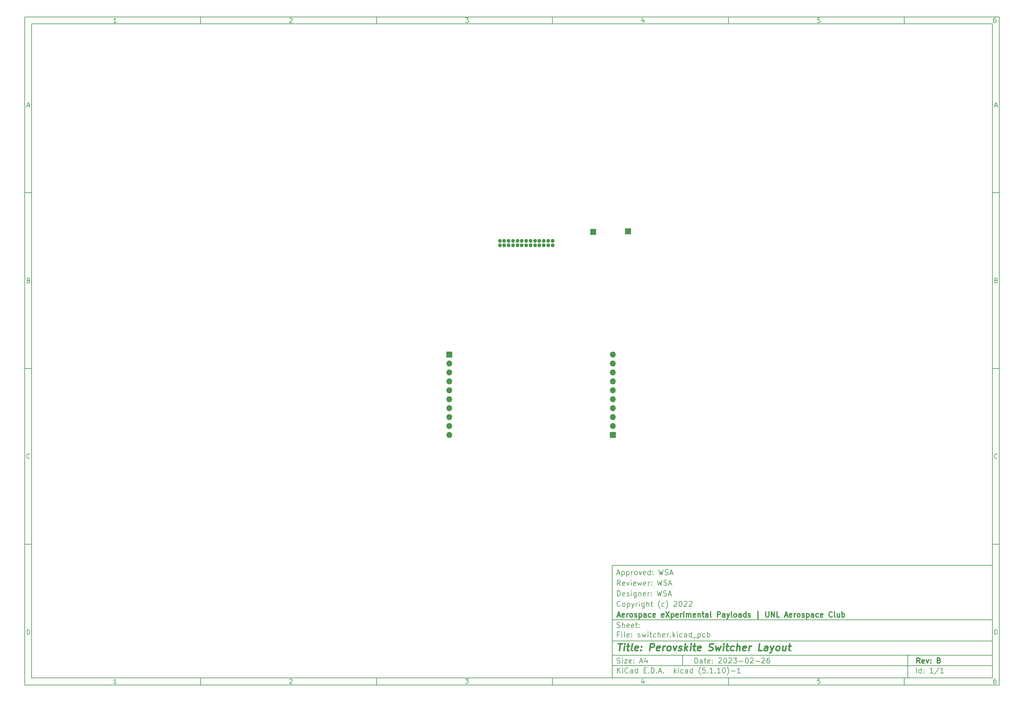
<source format=gbr>
%TF.GenerationSoftware,KiCad,Pcbnew,(5.1.10)-1*%
%TF.CreationDate,2023-02-26T14:00:58-06:00*%
%TF.ProjectId,switcher,73776974-6368-4657-922e-6b696361645f,B*%
%TF.SameCoordinates,Original*%
%TF.FileFunction,Soldermask,Bot*%
%TF.FilePolarity,Negative*%
%FSLAX46Y46*%
G04 Gerber Fmt 4.6, Leading zero omitted, Abs format (unit mm)*
G04 Created by KiCad (PCBNEW (5.1.10)-1) date 2023-02-26 14:00:58*
%MOMM*%
%LPD*%
G01*
G04 APERTURE LIST*
%ADD10C,0.100000*%
%ADD11C,0.150000*%
%ADD12C,0.300000*%
%ADD13C,0.400000*%
%ADD14C,1.100000*%
%ADD15R,1.700000X1.700000*%
%ADD16O,1.700000X1.700000*%
G04 APERTURE END LIST*
D10*
D11*
X177002200Y-166007200D02*
X177002200Y-198007200D01*
X285002200Y-198007200D01*
X285002200Y-166007200D01*
X177002200Y-166007200D01*
D10*
D11*
X10000000Y-10000000D02*
X10000000Y-200007200D01*
X287002200Y-200007200D01*
X287002200Y-10000000D01*
X10000000Y-10000000D01*
D10*
D11*
X12000000Y-12000000D02*
X12000000Y-198007200D01*
X285002200Y-198007200D01*
X285002200Y-12000000D01*
X12000000Y-12000000D01*
D10*
D11*
X60000000Y-12000000D02*
X60000000Y-10000000D01*
D10*
D11*
X110000000Y-12000000D02*
X110000000Y-10000000D01*
D10*
D11*
X160000000Y-12000000D02*
X160000000Y-10000000D01*
D10*
D11*
X210000000Y-12000000D02*
X210000000Y-10000000D01*
D10*
D11*
X260000000Y-12000000D02*
X260000000Y-10000000D01*
D10*
D11*
X36065476Y-11588095D02*
X35322619Y-11588095D01*
X35694047Y-11588095D02*
X35694047Y-10288095D01*
X35570238Y-10473809D01*
X35446428Y-10597619D01*
X35322619Y-10659523D01*
D10*
D11*
X85322619Y-10411904D02*
X85384523Y-10350000D01*
X85508333Y-10288095D01*
X85817857Y-10288095D01*
X85941666Y-10350000D01*
X86003571Y-10411904D01*
X86065476Y-10535714D01*
X86065476Y-10659523D01*
X86003571Y-10845238D01*
X85260714Y-11588095D01*
X86065476Y-11588095D01*
D10*
D11*
X135260714Y-10288095D02*
X136065476Y-10288095D01*
X135632142Y-10783333D01*
X135817857Y-10783333D01*
X135941666Y-10845238D01*
X136003571Y-10907142D01*
X136065476Y-11030952D01*
X136065476Y-11340476D01*
X136003571Y-11464285D01*
X135941666Y-11526190D01*
X135817857Y-11588095D01*
X135446428Y-11588095D01*
X135322619Y-11526190D01*
X135260714Y-11464285D01*
D10*
D11*
X185941666Y-10721428D02*
X185941666Y-11588095D01*
X185632142Y-10226190D02*
X185322619Y-11154761D01*
X186127380Y-11154761D01*
D10*
D11*
X236003571Y-10288095D02*
X235384523Y-10288095D01*
X235322619Y-10907142D01*
X235384523Y-10845238D01*
X235508333Y-10783333D01*
X235817857Y-10783333D01*
X235941666Y-10845238D01*
X236003571Y-10907142D01*
X236065476Y-11030952D01*
X236065476Y-11340476D01*
X236003571Y-11464285D01*
X235941666Y-11526190D01*
X235817857Y-11588095D01*
X235508333Y-11588095D01*
X235384523Y-11526190D01*
X235322619Y-11464285D01*
D10*
D11*
X285941666Y-10288095D02*
X285694047Y-10288095D01*
X285570238Y-10350000D01*
X285508333Y-10411904D01*
X285384523Y-10597619D01*
X285322619Y-10845238D01*
X285322619Y-11340476D01*
X285384523Y-11464285D01*
X285446428Y-11526190D01*
X285570238Y-11588095D01*
X285817857Y-11588095D01*
X285941666Y-11526190D01*
X286003571Y-11464285D01*
X286065476Y-11340476D01*
X286065476Y-11030952D01*
X286003571Y-10907142D01*
X285941666Y-10845238D01*
X285817857Y-10783333D01*
X285570238Y-10783333D01*
X285446428Y-10845238D01*
X285384523Y-10907142D01*
X285322619Y-11030952D01*
D10*
D11*
X60000000Y-198007200D02*
X60000000Y-200007200D01*
D10*
D11*
X110000000Y-198007200D02*
X110000000Y-200007200D01*
D10*
D11*
X160000000Y-198007200D02*
X160000000Y-200007200D01*
D10*
D11*
X210000000Y-198007200D02*
X210000000Y-200007200D01*
D10*
D11*
X260000000Y-198007200D02*
X260000000Y-200007200D01*
D10*
D11*
X36065476Y-199595295D02*
X35322619Y-199595295D01*
X35694047Y-199595295D02*
X35694047Y-198295295D01*
X35570238Y-198481009D01*
X35446428Y-198604819D01*
X35322619Y-198666723D01*
D10*
D11*
X85322619Y-198419104D02*
X85384523Y-198357200D01*
X85508333Y-198295295D01*
X85817857Y-198295295D01*
X85941666Y-198357200D01*
X86003571Y-198419104D01*
X86065476Y-198542914D01*
X86065476Y-198666723D01*
X86003571Y-198852438D01*
X85260714Y-199595295D01*
X86065476Y-199595295D01*
D10*
D11*
X135260714Y-198295295D02*
X136065476Y-198295295D01*
X135632142Y-198790533D01*
X135817857Y-198790533D01*
X135941666Y-198852438D01*
X136003571Y-198914342D01*
X136065476Y-199038152D01*
X136065476Y-199347676D01*
X136003571Y-199471485D01*
X135941666Y-199533390D01*
X135817857Y-199595295D01*
X135446428Y-199595295D01*
X135322619Y-199533390D01*
X135260714Y-199471485D01*
D10*
D11*
X185941666Y-198728628D02*
X185941666Y-199595295D01*
X185632142Y-198233390D02*
X185322619Y-199161961D01*
X186127380Y-199161961D01*
D10*
D11*
X236003571Y-198295295D02*
X235384523Y-198295295D01*
X235322619Y-198914342D01*
X235384523Y-198852438D01*
X235508333Y-198790533D01*
X235817857Y-198790533D01*
X235941666Y-198852438D01*
X236003571Y-198914342D01*
X236065476Y-199038152D01*
X236065476Y-199347676D01*
X236003571Y-199471485D01*
X235941666Y-199533390D01*
X235817857Y-199595295D01*
X235508333Y-199595295D01*
X235384523Y-199533390D01*
X235322619Y-199471485D01*
D10*
D11*
X285941666Y-198295295D02*
X285694047Y-198295295D01*
X285570238Y-198357200D01*
X285508333Y-198419104D01*
X285384523Y-198604819D01*
X285322619Y-198852438D01*
X285322619Y-199347676D01*
X285384523Y-199471485D01*
X285446428Y-199533390D01*
X285570238Y-199595295D01*
X285817857Y-199595295D01*
X285941666Y-199533390D01*
X286003571Y-199471485D01*
X286065476Y-199347676D01*
X286065476Y-199038152D01*
X286003571Y-198914342D01*
X285941666Y-198852438D01*
X285817857Y-198790533D01*
X285570238Y-198790533D01*
X285446428Y-198852438D01*
X285384523Y-198914342D01*
X285322619Y-199038152D01*
D10*
D11*
X10000000Y-60000000D02*
X12000000Y-60000000D01*
D10*
D11*
X10000000Y-110000000D02*
X12000000Y-110000000D01*
D10*
D11*
X10000000Y-160000000D02*
X12000000Y-160000000D01*
D10*
D11*
X10690476Y-35216666D02*
X11309523Y-35216666D01*
X10566666Y-35588095D02*
X11000000Y-34288095D01*
X11433333Y-35588095D01*
D10*
D11*
X11092857Y-84907142D02*
X11278571Y-84969047D01*
X11340476Y-85030952D01*
X11402380Y-85154761D01*
X11402380Y-85340476D01*
X11340476Y-85464285D01*
X11278571Y-85526190D01*
X11154761Y-85588095D01*
X10659523Y-85588095D01*
X10659523Y-84288095D01*
X11092857Y-84288095D01*
X11216666Y-84350000D01*
X11278571Y-84411904D01*
X11340476Y-84535714D01*
X11340476Y-84659523D01*
X11278571Y-84783333D01*
X11216666Y-84845238D01*
X11092857Y-84907142D01*
X10659523Y-84907142D01*
D10*
D11*
X11402380Y-135464285D02*
X11340476Y-135526190D01*
X11154761Y-135588095D01*
X11030952Y-135588095D01*
X10845238Y-135526190D01*
X10721428Y-135402380D01*
X10659523Y-135278571D01*
X10597619Y-135030952D01*
X10597619Y-134845238D01*
X10659523Y-134597619D01*
X10721428Y-134473809D01*
X10845238Y-134350000D01*
X11030952Y-134288095D01*
X11154761Y-134288095D01*
X11340476Y-134350000D01*
X11402380Y-134411904D01*
D10*
D11*
X10659523Y-185588095D02*
X10659523Y-184288095D01*
X10969047Y-184288095D01*
X11154761Y-184350000D01*
X11278571Y-184473809D01*
X11340476Y-184597619D01*
X11402380Y-184845238D01*
X11402380Y-185030952D01*
X11340476Y-185278571D01*
X11278571Y-185402380D01*
X11154761Y-185526190D01*
X10969047Y-185588095D01*
X10659523Y-185588095D01*
D10*
D11*
X287002200Y-60000000D02*
X285002200Y-60000000D01*
D10*
D11*
X287002200Y-110000000D02*
X285002200Y-110000000D01*
D10*
D11*
X287002200Y-160000000D02*
X285002200Y-160000000D01*
D10*
D11*
X285692676Y-35216666D02*
X286311723Y-35216666D01*
X285568866Y-35588095D02*
X286002200Y-34288095D01*
X286435533Y-35588095D01*
D10*
D11*
X286095057Y-84907142D02*
X286280771Y-84969047D01*
X286342676Y-85030952D01*
X286404580Y-85154761D01*
X286404580Y-85340476D01*
X286342676Y-85464285D01*
X286280771Y-85526190D01*
X286156961Y-85588095D01*
X285661723Y-85588095D01*
X285661723Y-84288095D01*
X286095057Y-84288095D01*
X286218866Y-84350000D01*
X286280771Y-84411904D01*
X286342676Y-84535714D01*
X286342676Y-84659523D01*
X286280771Y-84783333D01*
X286218866Y-84845238D01*
X286095057Y-84907142D01*
X285661723Y-84907142D01*
D10*
D11*
X286404580Y-135464285D02*
X286342676Y-135526190D01*
X286156961Y-135588095D01*
X286033152Y-135588095D01*
X285847438Y-135526190D01*
X285723628Y-135402380D01*
X285661723Y-135278571D01*
X285599819Y-135030952D01*
X285599819Y-134845238D01*
X285661723Y-134597619D01*
X285723628Y-134473809D01*
X285847438Y-134350000D01*
X286033152Y-134288095D01*
X286156961Y-134288095D01*
X286342676Y-134350000D01*
X286404580Y-134411904D01*
D10*
D11*
X285661723Y-185588095D02*
X285661723Y-184288095D01*
X285971247Y-184288095D01*
X286156961Y-184350000D01*
X286280771Y-184473809D01*
X286342676Y-184597619D01*
X286404580Y-184845238D01*
X286404580Y-185030952D01*
X286342676Y-185278571D01*
X286280771Y-185402380D01*
X286156961Y-185526190D01*
X285971247Y-185588095D01*
X285661723Y-185588095D01*
D10*
D11*
X200434342Y-193785771D02*
X200434342Y-192285771D01*
X200791485Y-192285771D01*
X201005771Y-192357200D01*
X201148628Y-192500057D01*
X201220057Y-192642914D01*
X201291485Y-192928628D01*
X201291485Y-193142914D01*
X201220057Y-193428628D01*
X201148628Y-193571485D01*
X201005771Y-193714342D01*
X200791485Y-193785771D01*
X200434342Y-193785771D01*
X202577200Y-193785771D02*
X202577200Y-193000057D01*
X202505771Y-192857200D01*
X202362914Y-192785771D01*
X202077200Y-192785771D01*
X201934342Y-192857200D01*
X202577200Y-193714342D02*
X202434342Y-193785771D01*
X202077200Y-193785771D01*
X201934342Y-193714342D01*
X201862914Y-193571485D01*
X201862914Y-193428628D01*
X201934342Y-193285771D01*
X202077200Y-193214342D01*
X202434342Y-193214342D01*
X202577200Y-193142914D01*
X203077200Y-192785771D02*
X203648628Y-192785771D01*
X203291485Y-192285771D02*
X203291485Y-193571485D01*
X203362914Y-193714342D01*
X203505771Y-193785771D01*
X203648628Y-193785771D01*
X204720057Y-193714342D02*
X204577200Y-193785771D01*
X204291485Y-193785771D01*
X204148628Y-193714342D01*
X204077200Y-193571485D01*
X204077200Y-193000057D01*
X204148628Y-192857200D01*
X204291485Y-192785771D01*
X204577200Y-192785771D01*
X204720057Y-192857200D01*
X204791485Y-193000057D01*
X204791485Y-193142914D01*
X204077200Y-193285771D01*
X205434342Y-193642914D02*
X205505771Y-193714342D01*
X205434342Y-193785771D01*
X205362914Y-193714342D01*
X205434342Y-193642914D01*
X205434342Y-193785771D01*
X205434342Y-192857200D02*
X205505771Y-192928628D01*
X205434342Y-193000057D01*
X205362914Y-192928628D01*
X205434342Y-192857200D01*
X205434342Y-193000057D01*
X207220057Y-192428628D02*
X207291485Y-192357200D01*
X207434342Y-192285771D01*
X207791485Y-192285771D01*
X207934342Y-192357200D01*
X208005771Y-192428628D01*
X208077200Y-192571485D01*
X208077200Y-192714342D01*
X208005771Y-192928628D01*
X207148628Y-193785771D01*
X208077200Y-193785771D01*
X209005771Y-192285771D02*
X209148628Y-192285771D01*
X209291485Y-192357200D01*
X209362914Y-192428628D01*
X209434342Y-192571485D01*
X209505771Y-192857200D01*
X209505771Y-193214342D01*
X209434342Y-193500057D01*
X209362914Y-193642914D01*
X209291485Y-193714342D01*
X209148628Y-193785771D01*
X209005771Y-193785771D01*
X208862914Y-193714342D01*
X208791485Y-193642914D01*
X208720057Y-193500057D01*
X208648628Y-193214342D01*
X208648628Y-192857200D01*
X208720057Y-192571485D01*
X208791485Y-192428628D01*
X208862914Y-192357200D01*
X209005771Y-192285771D01*
X210077200Y-192428628D02*
X210148628Y-192357200D01*
X210291485Y-192285771D01*
X210648628Y-192285771D01*
X210791485Y-192357200D01*
X210862914Y-192428628D01*
X210934342Y-192571485D01*
X210934342Y-192714342D01*
X210862914Y-192928628D01*
X210005771Y-193785771D01*
X210934342Y-193785771D01*
X211434342Y-192285771D02*
X212362914Y-192285771D01*
X211862914Y-192857200D01*
X212077200Y-192857200D01*
X212220057Y-192928628D01*
X212291485Y-193000057D01*
X212362914Y-193142914D01*
X212362914Y-193500057D01*
X212291485Y-193642914D01*
X212220057Y-193714342D01*
X212077200Y-193785771D01*
X211648628Y-193785771D01*
X211505771Y-193714342D01*
X211434342Y-193642914D01*
X213005771Y-193214342D02*
X214148628Y-193214342D01*
X215148628Y-192285771D02*
X215291485Y-192285771D01*
X215434342Y-192357200D01*
X215505771Y-192428628D01*
X215577200Y-192571485D01*
X215648628Y-192857200D01*
X215648628Y-193214342D01*
X215577200Y-193500057D01*
X215505771Y-193642914D01*
X215434342Y-193714342D01*
X215291485Y-193785771D01*
X215148628Y-193785771D01*
X215005771Y-193714342D01*
X214934342Y-193642914D01*
X214862914Y-193500057D01*
X214791485Y-193214342D01*
X214791485Y-192857200D01*
X214862914Y-192571485D01*
X214934342Y-192428628D01*
X215005771Y-192357200D01*
X215148628Y-192285771D01*
X216220057Y-192428628D02*
X216291485Y-192357200D01*
X216434342Y-192285771D01*
X216791485Y-192285771D01*
X216934342Y-192357200D01*
X217005771Y-192428628D01*
X217077200Y-192571485D01*
X217077200Y-192714342D01*
X217005771Y-192928628D01*
X216148628Y-193785771D01*
X217077200Y-193785771D01*
X217720057Y-193214342D02*
X218862914Y-193214342D01*
X219505771Y-192428628D02*
X219577200Y-192357200D01*
X219720057Y-192285771D01*
X220077200Y-192285771D01*
X220220057Y-192357200D01*
X220291485Y-192428628D01*
X220362914Y-192571485D01*
X220362914Y-192714342D01*
X220291485Y-192928628D01*
X219434342Y-193785771D01*
X220362914Y-193785771D01*
X221648628Y-192285771D02*
X221362914Y-192285771D01*
X221220057Y-192357200D01*
X221148628Y-192428628D01*
X221005771Y-192642914D01*
X220934342Y-192928628D01*
X220934342Y-193500057D01*
X221005771Y-193642914D01*
X221077200Y-193714342D01*
X221220057Y-193785771D01*
X221505771Y-193785771D01*
X221648628Y-193714342D01*
X221720057Y-193642914D01*
X221791485Y-193500057D01*
X221791485Y-193142914D01*
X221720057Y-193000057D01*
X221648628Y-192928628D01*
X221505771Y-192857200D01*
X221220057Y-192857200D01*
X221077200Y-192928628D01*
X221005771Y-193000057D01*
X220934342Y-193142914D01*
D10*
D11*
X177002200Y-194507200D02*
X285002200Y-194507200D01*
D10*
D11*
X178434342Y-196585771D02*
X178434342Y-195085771D01*
X179291485Y-196585771D02*
X178648628Y-195728628D01*
X179291485Y-195085771D02*
X178434342Y-195942914D01*
X179934342Y-196585771D02*
X179934342Y-195585771D01*
X179934342Y-195085771D02*
X179862914Y-195157200D01*
X179934342Y-195228628D01*
X180005771Y-195157200D01*
X179934342Y-195085771D01*
X179934342Y-195228628D01*
X181505771Y-196442914D02*
X181434342Y-196514342D01*
X181220057Y-196585771D01*
X181077200Y-196585771D01*
X180862914Y-196514342D01*
X180720057Y-196371485D01*
X180648628Y-196228628D01*
X180577200Y-195942914D01*
X180577200Y-195728628D01*
X180648628Y-195442914D01*
X180720057Y-195300057D01*
X180862914Y-195157200D01*
X181077200Y-195085771D01*
X181220057Y-195085771D01*
X181434342Y-195157200D01*
X181505771Y-195228628D01*
X182791485Y-196585771D02*
X182791485Y-195800057D01*
X182720057Y-195657200D01*
X182577200Y-195585771D01*
X182291485Y-195585771D01*
X182148628Y-195657200D01*
X182791485Y-196514342D02*
X182648628Y-196585771D01*
X182291485Y-196585771D01*
X182148628Y-196514342D01*
X182077200Y-196371485D01*
X182077200Y-196228628D01*
X182148628Y-196085771D01*
X182291485Y-196014342D01*
X182648628Y-196014342D01*
X182791485Y-195942914D01*
X184148628Y-196585771D02*
X184148628Y-195085771D01*
X184148628Y-196514342D02*
X184005771Y-196585771D01*
X183720057Y-196585771D01*
X183577200Y-196514342D01*
X183505771Y-196442914D01*
X183434342Y-196300057D01*
X183434342Y-195871485D01*
X183505771Y-195728628D01*
X183577200Y-195657200D01*
X183720057Y-195585771D01*
X184005771Y-195585771D01*
X184148628Y-195657200D01*
X186005771Y-195800057D02*
X186505771Y-195800057D01*
X186720057Y-196585771D02*
X186005771Y-196585771D01*
X186005771Y-195085771D01*
X186720057Y-195085771D01*
X187362914Y-196442914D02*
X187434342Y-196514342D01*
X187362914Y-196585771D01*
X187291485Y-196514342D01*
X187362914Y-196442914D01*
X187362914Y-196585771D01*
X188077200Y-196585771D02*
X188077200Y-195085771D01*
X188434342Y-195085771D01*
X188648628Y-195157200D01*
X188791485Y-195300057D01*
X188862914Y-195442914D01*
X188934342Y-195728628D01*
X188934342Y-195942914D01*
X188862914Y-196228628D01*
X188791485Y-196371485D01*
X188648628Y-196514342D01*
X188434342Y-196585771D01*
X188077200Y-196585771D01*
X189577200Y-196442914D02*
X189648628Y-196514342D01*
X189577200Y-196585771D01*
X189505771Y-196514342D01*
X189577200Y-196442914D01*
X189577200Y-196585771D01*
X190220057Y-196157200D02*
X190934342Y-196157200D01*
X190077200Y-196585771D02*
X190577200Y-195085771D01*
X191077200Y-196585771D01*
X191577200Y-196442914D02*
X191648628Y-196514342D01*
X191577200Y-196585771D01*
X191505771Y-196514342D01*
X191577200Y-196442914D01*
X191577200Y-196585771D01*
X194577200Y-196585771D02*
X194577200Y-195085771D01*
X194720057Y-196014342D02*
X195148628Y-196585771D01*
X195148628Y-195585771D02*
X194577200Y-196157200D01*
X195791485Y-196585771D02*
X195791485Y-195585771D01*
X195791485Y-195085771D02*
X195720057Y-195157200D01*
X195791485Y-195228628D01*
X195862914Y-195157200D01*
X195791485Y-195085771D01*
X195791485Y-195228628D01*
X197148628Y-196514342D02*
X197005771Y-196585771D01*
X196720057Y-196585771D01*
X196577200Y-196514342D01*
X196505771Y-196442914D01*
X196434342Y-196300057D01*
X196434342Y-195871485D01*
X196505771Y-195728628D01*
X196577200Y-195657200D01*
X196720057Y-195585771D01*
X197005771Y-195585771D01*
X197148628Y-195657200D01*
X198434342Y-196585771D02*
X198434342Y-195800057D01*
X198362914Y-195657200D01*
X198220057Y-195585771D01*
X197934342Y-195585771D01*
X197791485Y-195657200D01*
X198434342Y-196514342D02*
X198291485Y-196585771D01*
X197934342Y-196585771D01*
X197791485Y-196514342D01*
X197720057Y-196371485D01*
X197720057Y-196228628D01*
X197791485Y-196085771D01*
X197934342Y-196014342D01*
X198291485Y-196014342D01*
X198434342Y-195942914D01*
X199791485Y-196585771D02*
X199791485Y-195085771D01*
X199791485Y-196514342D02*
X199648628Y-196585771D01*
X199362914Y-196585771D01*
X199220057Y-196514342D01*
X199148628Y-196442914D01*
X199077200Y-196300057D01*
X199077200Y-195871485D01*
X199148628Y-195728628D01*
X199220057Y-195657200D01*
X199362914Y-195585771D01*
X199648628Y-195585771D01*
X199791485Y-195657200D01*
X202077200Y-197157200D02*
X202005771Y-197085771D01*
X201862914Y-196871485D01*
X201791485Y-196728628D01*
X201720057Y-196514342D01*
X201648628Y-196157200D01*
X201648628Y-195871485D01*
X201720057Y-195514342D01*
X201791485Y-195300057D01*
X201862914Y-195157200D01*
X202005771Y-194942914D01*
X202077200Y-194871485D01*
X203362914Y-195085771D02*
X202648628Y-195085771D01*
X202577200Y-195800057D01*
X202648628Y-195728628D01*
X202791485Y-195657200D01*
X203148628Y-195657200D01*
X203291485Y-195728628D01*
X203362914Y-195800057D01*
X203434342Y-195942914D01*
X203434342Y-196300057D01*
X203362914Y-196442914D01*
X203291485Y-196514342D01*
X203148628Y-196585771D01*
X202791485Y-196585771D01*
X202648628Y-196514342D01*
X202577200Y-196442914D01*
X204077200Y-196442914D02*
X204148628Y-196514342D01*
X204077200Y-196585771D01*
X204005771Y-196514342D01*
X204077200Y-196442914D01*
X204077200Y-196585771D01*
X205577200Y-196585771D02*
X204720057Y-196585771D01*
X205148628Y-196585771D02*
X205148628Y-195085771D01*
X205005771Y-195300057D01*
X204862914Y-195442914D01*
X204720057Y-195514342D01*
X206220057Y-196442914D02*
X206291485Y-196514342D01*
X206220057Y-196585771D01*
X206148628Y-196514342D01*
X206220057Y-196442914D01*
X206220057Y-196585771D01*
X207720057Y-196585771D02*
X206862914Y-196585771D01*
X207291485Y-196585771D02*
X207291485Y-195085771D01*
X207148628Y-195300057D01*
X207005771Y-195442914D01*
X206862914Y-195514342D01*
X208648628Y-195085771D02*
X208791485Y-195085771D01*
X208934342Y-195157200D01*
X209005771Y-195228628D01*
X209077200Y-195371485D01*
X209148628Y-195657200D01*
X209148628Y-196014342D01*
X209077200Y-196300057D01*
X209005771Y-196442914D01*
X208934342Y-196514342D01*
X208791485Y-196585771D01*
X208648628Y-196585771D01*
X208505771Y-196514342D01*
X208434342Y-196442914D01*
X208362914Y-196300057D01*
X208291485Y-196014342D01*
X208291485Y-195657200D01*
X208362914Y-195371485D01*
X208434342Y-195228628D01*
X208505771Y-195157200D01*
X208648628Y-195085771D01*
X209648628Y-197157200D02*
X209720057Y-197085771D01*
X209862914Y-196871485D01*
X209934342Y-196728628D01*
X210005771Y-196514342D01*
X210077200Y-196157200D01*
X210077200Y-195871485D01*
X210005771Y-195514342D01*
X209934342Y-195300057D01*
X209862914Y-195157200D01*
X209720057Y-194942914D01*
X209648628Y-194871485D01*
X210791485Y-196014342D02*
X211934342Y-196014342D01*
X213434342Y-196585771D02*
X212577200Y-196585771D01*
X213005771Y-196585771D02*
X213005771Y-195085771D01*
X212862914Y-195300057D01*
X212720057Y-195442914D01*
X212577200Y-195514342D01*
D10*
D11*
X177002200Y-191507200D02*
X285002200Y-191507200D01*
D10*
D12*
X264411485Y-193785771D02*
X263911485Y-193071485D01*
X263554342Y-193785771D02*
X263554342Y-192285771D01*
X264125771Y-192285771D01*
X264268628Y-192357200D01*
X264340057Y-192428628D01*
X264411485Y-192571485D01*
X264411485Y-192785771D01*
X264340057Y-192928628D01*
X264268628Y-193000057D01*
X264125771Y-193071485D01*
X263554342Y-193071485D01*
X265625771Y-193714342D02*
X265482914Y-193785771D01*
X265197200Y-193785771D01*
X265054342Y-193714342D01*
X264982914Y-193571485D01*
X264982914Y-193000057D01*
X265054342Y-192857200D01*
X265197200Y-192785771D01*
X265482914Y-192785771D01*
X265625771Y-192857200D01*
X265697200Y-193000057D01*
X265697200Y-193142914D01*
X264982914Y-193285771D01*
X266197200Y-192785771D02*
X266554342Y-193785771D01*
X266911485Y-192785771D01*
X267482914Y-193642914D02*
X267554342Y-193714342D01*
X267482914Y-193785771D01*
X267411485Y-193714342D01*
X267482914Y-193642914D01*
X267482914Y-193785771D01*
X267482914Y-192857200D02*
X267554342Y-192928628D01*
X267482914Y-193000057D01*
X267411485Y-192928628D01*
X267482914Y-192857200D01*
X267482914Y-193000057D01*
X269840057Y-193000057D02*
X270054342Y-193071485D01*
X270125771Y-193142914D01*
X270197200Y-193285771D01*
X270197200Y-193500057D01*
X270125771Y-193642914D01*
X270054342Y-193714342D01*
X269911485Y-193785771D01*
X269340057Y-193785771D01*
X269340057Y-192285771D01*
X269840057Y-192285771D01*
X269982914Y-192357200D01*
X270054342Y-192428628D01*
X270125771Y-192571485D01*
X270125771Y-192714342D01*
X270054342Y-192857200D01*
X269982914Y-192928628D01*
X269840057Y-193000057D01*
X269340057Y-193000057D01*
D10*
D11*
X178362914Y-193714342D02*
X178577200Y-193785771D01*
X178934342Y-193785771D01*
X179077200Y-193714342D01*
X179148628Y-193642914D01*
X179220057Y-193500057D01*
X179220057Y-193357200D01*
X179148628Y-193214342D01*
X179077200Y-193142914D01*
X178934342Y-193071485D01*
X178648628Y-193000057D01*
X178505771Y-192928628D01*
X178434342Y-192857200D01*
X178362914Y-192714342D01*
X178362914Y-192571485D01*
X178434342Y-192428628D01*
X178505771Y-192357200D01*
X178648628Y-192285771D01*
X179005771Y-192285771D01*
X179220057Y-192357200D01*
X179862914Y-193785771D02*
X179862914Y-192785771D01*
X179862914Y-192285771D02*
X179791485Y-192357200D01*
X179862914Y-192428628D01*
X179934342Y-192357200D01*
X179862914Y-192285771D01*
X179862914Y-192428628D01*
X180434342Y-192785771D02*
X181220057Y-192785771D01*
X180434342Y-193785771D01*
X181220057Y-193785771D01*
X182362914Y-193714342D02*
X182220057Y-193785771D01*
X181934342Y-193785771D01*
X181791485Y-193714342D01*
X181720057Y-193571485D01*
X181720057Y-193000057D01*
X181791485Y-192857200D01*
X181934342Y-192785771D01*
X182220057Y-192785771D01*
X182362914Y-192857200D01*
X182434342Y-193000057D01*
X182434342Y-193142914D01*
X181720057Y-193285771D01*
X183077200Y-193642914D02*
X183148628Y-193714342D01*
X183077200Y-193785771D01*
X183005771Y-193714342D01*
X183077200Y-193642914D01*
X183077200Y-193785771D01*
X183077200Y-192857200D02*
X183148628Y-192928628D01*
X183077200Y-193000057D01*
X183005771Y-192928628D01*
X183077200Y-192857200D01*
X183077200Y-193000057D01*
X184862914Y-193357200D02*
X185577200Y-193357200D01*
X184720057Y-193785771D02*
X185220057Y-192285771D01*
X185720057Y-193785771D01*
X186862914Y-192785771D02*
X186862914Y-193785771D01*
X186505771Y-192214342D02*
X186148628Y-193285771D01*
X187077200Y-193285771D01*
D10*
D11*
X263434342Y-196585771D02*
X263434342Y-195085771D01*
X264791485Y-196585771D02*
X264791485Y-195085771D01*
X264791485Y-196514342D02*
X264648628Y-196585771D01*
X264362914Y-196585771D01*
X264220057Y-196514342D01*
X264148628Y-196442914D01*
X264077200Y-196300057D01*
X264077200Y-195871485D01*
X264148628Y-195728628D01*
X264220057Y-195657200D01*
X264362914Y-195585771D01*
X264648628Y-195585771D01*
X264791485Y-195657200D01*
X265505771Y-196442914D02*
X265577200Y-196514342D01*
X265505771Y-196585771D01*
X265434342Y-196514342D01*
X265505771Y-196442914D01*
X265505771Y-196585771D01*
X265505771Y-195657200D02*
X265577200Y-195728628D01*
X265505771Y-195800057D01*
X265434342Y-195728628D01*
X265505771Y-195657200D01*
X265505771Y-195800057D01*
X268148628Y-196585771D02*
X267291485Y-196585771D01*
X267720057Y-196585771D02*
X267720057Y-195085771D01*
X267577200Y-195300057D01*
X267434342Y-195442914D01*
X267291485Y-195514342D01*
X269862914Y-195014342D02*
X268577200Y-196942914D01*
X271148628Y-196585771D02*
X270291485Y-196585771D01*
X270720057Y-196585771D02*
X270720057Y-195085771D01*
X270577200Y-195300057D01*
X270434342Y-195442914D01*
X270291485Y-195514342D01*
D10*
D11*
X177002200Y-187507200D02*
X285002200Y-187507200D01*
D10*
D13*
X178714580Y-188211961D02*
X179857438Y-188211961D01*
X179036009Y-190211961D02*
X179286009Y-188211961D01*
X180274104Y-190211961D02*
X180440771Y-188878628D01*
X180524104Y-188211961D02*
X180416961Y-188307200D01*
X180500295Y-188402438D01*
X180607438Y-188307200D01*
X180524104Y-188211961D01*
X180500295Y-188402438D01*
X181107438Y-188878628D02*
X181869342Y-188878628D01*
X181476485Y-188211961D02*
X181262200Y-189926247D01*
X181333628Y-190116723D01*
X181512200Y-190211961D01*
X181702676Y-190211961D01*
X182655057Y-190211961D02*
X182476485Y-190116723D01*
X182405057Y-189926247D01*
X182619342Y-188211961D01*
X184190771Y-190116723D02*
X183988390Y-190211961D01*
X183607438Y-190211961D01*
X183428866Y-190116723D01*
X183357438Y-189926247D01*
X183452676Y-189164342D01*
X183571723Y-188973866D01*
X183774104Y-188878628D01*
X184155057Y-188878628D01*
X184333628Y-188973866D01*
X184405057Y-189164342D01*
X184381247Y-189354819D01*
X183405057Y-189545295D01*
X185155057Y-190021485D02*
X185238390Y-190116723D01*
X185131247Y-190211961D01*
X185047914Y-190116723D01*
X185155057Y-190021485D01*
X185131247Y-190211961D01*
X185286009Y-188973866D02*
X185369342Y-189069104D01*
X185262200Y-189164342D01*
X185178866Y-189069104D01*
X185286009Y-188973866D01*
X185262200Y-189164342D01*
X187607438Y-190211961D02*
X187857438Y-188211961D01*
X188619342Y-188211961D01*
X188797914Y-188307200D01*
X188881247Y-188402438D01*
X188952676Y-188592914D01*
X188916961Y-188878628D01*
X188797914Y-189069104D01*
X188690771Y-189164342D01*
X188488390Y-189259580D01*
X187726485Y-189259580D01*
X190381247Y-190116723D02*
X190178866Y-190211961D01*
X189797914Y-190211961D01*
X189619342Y-190116723D01*
X189547914Y-189926247D01*
X189643152Y-189164342D01*
X189762200Y-188973866D01*
X189964580Y-188878628D01*
X190345533Y-188878628D01*
X190524104Y-188973866D01*
X190595533Y-189164342D01*
X190571723Y-189354819D01*
X189595533Y-189545295D01*
X191321723Y-190211961D02*
X191488390Y-188878628D01*
X191440771Y-189259580D02*
X191559819Y-189069104D01*
X191666961Y-188973866D01*
X191869342Y-188878628D01*
X192059819Y-188878628D01*
X192845533Y-190211961D02*
X192666961Y-190116723D01*
X192583628Y-190021485D01*
X192512200Y-189831009D01*
X192583628Y-189259580D01*
X192702676Y-189069104D01*
X192809819Y-188973866D01*
X193012200Y-188878628D01*
X193297914Y-188878628D01*
X193476485Y-188973866D01*
X193559819Y-189069104D01*
X193631247Y-189259580D01*
X193559819Y-189831009D01*
X193440771Y-190021485D01*
X193333628Y-190116723D01*
X193131247Y-190211961D01*
X192845533Y-190211961D01*
X194345533Y-188878628D02*
X194655057Y-190211961D01*
X195297914Y-188878628D01*
X195809819Y-190116723D02*
X195988390Y-190211961D01*
X196369342Y-190211961D01*
X196571723Y-190116723D01*
X196690771Y-189926247D01*
X196702676Y-189831009D01*
X196631247Y-189640533D01*
X196452676Y-189545295D01*
X196166961Y-189545295D01*
X195988390Y-189450057D01*
X195916961Y-189259580D01*
X195928866Y-189164342D01*
X196047914Y-188973866D01*
X196250295Y-188878628D01*
X196536009Y-188878628D01*
X196714580Y-188973866D01*
X197512200Y-190211961D02*
X197762200Y-188211961D01*
X197797914Y-189450057D02*
X198274104Y-190211961D01*
X198440771Y-188878628D02*
X197583628Y-189640533D01*
X199131247Y-190211961D02*
X199297914Y-188878628D01*
X199381247Y-188211961D02*
X199274104Y-188307200D01*
X199357438Y-188402438D01*
X199464580Y-188307200D01*
X199381247Y-188211961D01*
X199357438Y-188402438D01*
X199964580Y-188878628D02*
X200726485Y-188878628D01*
X200333628Y-188211961D02*
X200119342Y-189926247D01*
X200190771Y-190116723D01*
X200369342Y-190211961D01*
X200559819Y-190211961D01*
X202000295Y-190116723D02*
X201797914Y-190211961D01*
X201416961Y-190211961D01*
X201238390Y-190116723D01*
X201166961Y-189926247D01*
X201262200Y-189164342D01*
X201381247Y-188973866D01*
X201583628Y-188878628D01*
X201964580Y-188878628D01*
X202143152Y-188973866D01*
X202214580Y-189164342D01*
X202190771Y-189354819D01*
X201214580Y-189545295D01*
X204381247Y-190116723D02*
X204655057Y-190211961D01*
X205131247Y-190211961D01*
X205333628Y-190116723D01*
X205440771Y-190021485D01*
X205559819Y-189831009D01*
X205583628Y-189640533D01*
X205512200Y-189450057D01*
X205428866Y-189354819D01*
X205250295Y-189259580D01*
X204881247Y-189164342D01*
X204702676Y-189069104D01*
X204619342Y-188973866D01*
X204547914Y-188783390D01*
X204571723Y-188592914D01*
X204690771Y-188402438D01*
X204797914Y-188307200D01*
X205000295Y-188211961D01*
X205476485Y-188211961D01*
X205750295Y-188307200D01*
X206345533Y-188878628D02*
X206559819Y-190211961D01*
X207059819Y-189259580D01*
X207321723Y-190211961D01*
X207869342Y-188878628D01*
X208464580Y-190211961D02*
X208631247Y-188878628D01*
X208714580Y-188211961D02*
X208607438Y-188307200D01*
X208690771Y-188402438D01*
X208797914Y-188307200D01*
X208714580Y-188211961D01*
X208690771Y-188402438D01*
X209297914Y-188878628D02*
X210059819Y-188878628D01*
X209666961Y-188211961D02*
X209452676Y-189926247D01*
X209524104Y-190116723D01*
X209702676Y-190211961D01*
X209893152Y-190211961D01*
X211428866Y-190116723D02*
X211226485Y-190211961D01*
X210845533Y-190211961D01*
X210666961Y-190116723D01*
X210583628Y-190021485D01*
X210512200Y-189831009D01*
X210583628Y-189259580D01*
X210702676Y-189069104D01*
X210809819Y-188973866D01*
X211012200Y-188878628D01*
X211393152Y-188878628D01*
X211571723Y-188973866D01*
X212274104Y-190211961D02*
X212524104Y-188211961D01*
X213131247Y-190211961D02*
X213262200Y-189164342D01*
X213190771Y-188973866D01*
X213012200Y-188878628D01*
X212726485Y-188878628D01*
X212524104Y-188973866D01*
X212416961Y-189069104D01*
X214857438Y-190116723D02*
X214655057Y-190211961D01*
X214274104Y-190211961D01*
X214095533Y-190116723D01*
X214024104Y-189926247D01*
X214119342Y-189164342D01*
X214238390Y-188973866D01*
X214440771Y-188878628D01*
X214821723Y-188878628D01*
X215000295Y-188973866D01*
X215071723Y-189164342D01*
X215047914Y-189354819D01*
X214071723Y-189545295D01*
X215797914Y-190211961D02*
X215964580Y-188878628D01*
X215916961Y-189259580D02*
X216036009Y-189069104D01*
X216143152Y-188973866D01*
X216345533Y-188878628D01*
X216536009Y-188878628D01*
X219512200Y-190211961D02*
X218559819Y-190211961D01*
X218809819Y-188211961D01*
X221036009Y-190211961D02*
X221166961Y-189164342D01*
X221095533Y-188973866D01*
X220916961Y-188878628D01*
X220536009Y-188878628D01*
X220333628Y-188973866D01*
X221047914Y-190116723D02*
X220845533Y-190211961D01*
X220369342Y-190211961D01*
X220190771Y-190116723D01*
X220119342Y-189926247D01*
X220143152Y-189735771D01*
X220262200Y-189545295D01*
X220464580Y-189450057D01*
X220940771Y-189450057D01*
X221143152Y-189354819D01*
X221964580Y-188878628D02*
X222274104Y-190211961D01*
X222916961Y-188878628D02*
X222274104Y-190211961D01*
X222024104Y-190688152D01*
X221916961Y-190783390D01*
X221714580Y-190878628D01*
X223797914Y-190211961D02*
X223619342Y-190116723D01*
X223536009Y-190021485D01*
X223464580Y-189831009D01*
X223536009Y-189259580D01*
X223655057Y-189069104D01*
X223762200Y-188973866D01*
X223964580Y-188878628D01*
X224250295Y-188878628D01*
X224428866Y-188973866D01*
X224512200Y-189069104D01*
X224583628Y-189259580D01*
X224512199Y-189831009D01*
X224393152Y-190021485D01*
X224286009Y-190116723D01*
X224083628Y-190211961D01*
X223797914Y-190211961D01*
X226345533Y-188878628D02*
X226178866Y-190211961D01*
X225488390Y-188878628D02*
X225357438Y-189926247D01*
X225428866Y-190116723D01*
X225607438Y-190211961D01*
X225893152Y-190211961D01*
X226095533Y-190116723D01*
X226202676Y-190021485D01*
X227012199Y-188878628D02*
X227774104Y-188878628D01*
X227381247Y-188211961D02*
X227166961Y-189926247D01*
X227238390Y-190116723D01*
X227416961Y-190211961D01*
X227607438Y-190211961D01*
D10*
D11*
X178934342Y-185600057D02*
X178434342Y-185600057D01*
X178434342Y-186385771D02*
X178434342Y-184885771D01*
X179148628Y-184885771D01*
X179720057Y-186385771D02*
X179720057Y-185385771D01*
X179720057Y-184885771D02*
X179648628Y-184957200D01*
X179720057Y-185028628D01*
X179791485Y-184957200D01*
X179720057Y-184885771D01*
X179720057Y-185028628D01*
X180648628Y-186385771D02*
X180505771Y-186314342D01*
X180434342Y-186171485D01*
X180434342Y-184885771D01*
X181791485Y-186314342D02*
X181648628Y-186385771D01*
X181362914Y-186385771D01*
X181220057Y-186314342D01*
X181148628Y-186171485D01*
X181148628Y-185600057D01*
X181220057Y-185457200D01*
X181362914Y-185385771D01*
X181648628Y-185385771D01*
X181791485Y-185457200D01*
X181862914Y-185600057D01*
X181862914Y-185742914D01*
X181148628Y-185885771D01*
X182505771Y-186242914D02*
X182577200Y-186314342D01*
X182505771Y-186385771D01*
X182434342Y-186314342D01*
X182505771Y-186242914D01*
X182505771Y-186385771D01*
X182505771Y-185457200D02*
X182577200Y-185528628D01*
X182505771Y-185600057D01*
X182434342Y-185528628D01*
X182505771Y-185457200D01*
X182505771Y-185600057D01*
X184291485Y-186314342D02*
X184434342Y-186385771D01*
X184720057Y-186385771D01*
X184862914Y-186314342D01*
X184934342Y-186171485D01*
X184934342Y-186100057D01*
X184862914Y-185957200D01*
X184720057Y-185885771D01*
X184505771Y-185885771D01*
X184362914Y-185814342D01*
X184291485Y-185671485D01*
X184291485Y-185600057D01*
X184362914Y-185457200D01*
X184505771Y-185385771D01*
X184720057Y-185385771D01*
X184862914Y-185457200D01*
X185434342Y-185385771D02*
X185720057Y-186385771D01*
X186005771Y-185671485D01*
X186291485Y-186385771D01*
X186577200Y-185385771D01*
X187148628Y-186385771D02*
X187148628Y-185385771D01*
X187148628Y-184885771D02*
X187077200Y-184957200D01*
X187148628Y-185028628D01*
X187220057Y-184957200D01*
X187148628Y-184885771D01*
X187148628Y-185028628D01*
X187648628Y-185385771D02*
X188220057Y-185385771D01*
X187862914Y-184885771D02*
X187862914Y-186171485D01*
X187934342Y-186314342D01*
X188077200Y-186385771D01*
X188220057Y-186385771D01*
X189362914Y-186314342D02*
X189220057Y-186385771D01*
X188934342Y-186385771D01*
X188791485Y-186314342D01*
X188720057Y-186242914D01*
X188648628Y-186100057D01*
X188648628Y-185671485D01*
X188720057Y-185528628D01*
X188791485Y-185457200D01*
X188934342Y-185385771D01*
X189220057Y-185385771D01*
X189362914Y-185457200D01*
X190005771Y-186385771D02*
X190005771Y-184885771D01*
X190648628Y-186385771D02*
X190648628Y-185600057D01*
X190577200Y-185457200D01*
X190434342Y-185385771D01*
X190220057Y-185385771D01*
X190077200Y-185457200D01*
X190005771Y-185528628D01*
X191934342Y-186314342D02*
X191791485Y-186385771D01*
X191505771Y-186385771D01*
X191362914Y-186314342D01*
X191291485Y-186171485D01*
X191291485Y-185600057D01*
X191362914Y-185457200D01*
X191505771Y-185385771D01*
X191791485Y-185385771D01*
X191934342Y-185457200D01*
X192005771Y-185600057D01*
X192005771Y-185742914D01*
X191291485Y-185885771D01*
X192648628Y-186385771D02*
X192648628Y-185385771D01*
X192648628Y-185671485D02*
X192720057Y-185528628D01*
X192791485Y-185457200D01*
X192934342Y-185385771D01*
X193077200Y-185385771D01*
X193577200Y-186242914D02*
X193648628Y-186314342D01*
X193577200Y-186385771D01*
X193505771Y-186314342D01*
X193577200Y-186242914D01*
X193577200Y-186385771D01*
X194291485Y-186385771D02*
X194291485Y-184885771D01*
X194434342Y-185814342D02*
X194862914Y-186385771D01*
X194862914Y-185385771D02*
X194291485Y-185957200D01*
X195505771Y-186385771D02*
X195505771Y-185385771D01*
X195505771Y-184885771D02*
X195434342Y-184957200D01*
X195505771Y-185028628D01*
X195577200Y-184957200D01*
X195505771Y-184885771D01*
X195505771Y-185028628D01*
X196862914Y-186314342D02*
X196720057Y-186385771D01*
X196434342Y-186385771D01*
X196291485Y-186314342D01*
X196220057Y-186242914D01*
X196148628Y-186100057D01*
X196148628Y-185671485D01*
X196220057Y-185528628D01*
X196291485Y-185457200D01*
X196434342Y-185385771D01*
X196720057Y-185385771D01*
X196862914Y-185457200D01*
X198148628Y-186385771D02*
X198148628Y-185600057D01*
X198077200Y-185457200D01*
X197934342Y-185385771D01*
X197648628Y-185385771D01*
X197505771Y-185457200D01*
X198148628Y-186314342D02*
X198005771Y-186385771D01*
X197648628Y-186385771D01*
X197505771Y-186314342D01*
X197434342Y-186171485D01*
X197434342Y-186028628D01*
X197505771Y-185885771D01*
X197648628Y-185814342D01*
X198005771Y-185814342D01*
X198148628Y-185742914D01*
X199505771Y-186385771D02*
X199505771Y-184885771D01*
X199505771Y-186314342D02*
X199362914Y-186385771D01*
X199077200Y-186385771D01*
X198934342Y-186314342D01*
X198862914Y-186242914D01*
X198791485Y-186100057D01*
X198791485Y-185671485D01*
X198862914Y-185528628D01*
X198934342Y-185457200D01*
X199077200Y-185385771D01*
X199362914Y-185385771D01*
X199505771Y-185457200D01*
X199862914Y-186528628D02*
X201005771Y-186528628D01*
X201362914Y-185385771D02*
X201362914Y-186885771D01*
X201362914Y-185457200D02*
X201505771Y-185385771D01*
X201791485Y-185385771D01*
X201934342Y-185457200D01*
X202005771Y-185528628D01*
X202077200Y-185671485D01*
X202077200Y-186100057D01*
X202005771Y-186242914D01*
X201934342Y-186314342D01*
X201791485Y-186385771D01*
X201505771Y-186385771D01*
X201362914Y-186314342D01*
X203362914Y-186314342D02*
X203220057Y-186385771D01*
X202934342Y-186385771D01*
X202791485Y-186314342D01*
X202720057Y-186242914D01*
X202648628Y-186100057D01*
X202648628Y-185671485D01*
X202720057Y-185528628D01*
X202791485Y-185457200D01*
X202934342Y-185385771D01*
X203220057Y-185385771D01*
X203362914Y-185457200D01*
X204005771Y-186385771D02*
X204005771Y-184885771D01*
X204005771Y-185457200D02*
X204148628Y-185385771D01*
X204434342Y-185385771D01*
X204577200Y-185457200D01*
X204648628Y-185528628D01*
X204720057Y-185671485D01*
X204720057Y-186100057D01*
X204648628Y-186242914D01*
X204577200Y-186314342D01*
X204434342Y-186385771D01*
X204148628Y-186385771D01*
X204005771Y-186314342D01*
D10*
D11*
X177002200Y-181507200D02*
X285002200Y-181507200D01*
D10*
D11*
X178362914Y-183614342D02*
X178577200Y-183685771D01*
X178934342Y-183685771D01*
X179077200Y-183614342D01*
X179148628Y-183542914D01*
X179220057Y-183400057D01*
X179220057Y-183257200D01*
X179148628Y-183114342D01*
X179077200Y-183042914D01*
X178934342Y-182971485D01*
X178648628Y-182900057D01*
X178505771Y-182828628D01*
X178434342Y-182757200D01*
X178362914Y-182614342D01*
X178362914Y-182471485D01*
X178434342Y-182328628D01*
X178505771Y-182257200D01*
X178648628Y-182185771D01*
X179005771Y-182185771D01*
X179220057Y-182257200D01*
X179862914Y-183685771D02*
X179862914Y-182185771D01*
X180505771Y-183685771D02*
X180505771Y-182900057D01*
X180434342Y-182757200D01*
X180291485Y-182685771D01*
X180077200Y-182685771D01*
X179934342Y-182757200D01*
X179862914Y-182828628D01*
X181791485Y-183614342D02*
X181648628Y-183685771D01*
X181362914Y-183685771D01*
X181220057Y-183614342D01*
X181148628Y-183471485D01*
X181148628Y-182900057D01*
X181220057Y-182757200D01*
X181362914Y-182685771D01*
X181648628Y-182685771D01*
X181791485Y-182757200D01*
X181862914Y-182900057D01*
X181862914Y-183042914D01*
X181148628Y-183185771D01*
X183077200Y-183614342D02*
X182934342Y-183685771D01*
X182648628Y-183685771D01*
X182505771Y-183614342D01*
X182434342Y-183471485D01*
X182434342Y-182900057D01*
X182505771Y-182757200D01*
X182648628Y-182685771D01*
X182934342Y-182685771D01*
X183077200Y-182757200D01*
X183148628Y-182900057D01*
X183148628Y-183042914D01*
X182434342Y-183185771D01*
X183577200Y-182685771D02*
X184148628Y-182685771D01*
X183791485Y-182185771D02*
X183791485Y-183471485D01*
X183862914Y-183614342D01*
X184005771Y-183685771D01*
X184148628Y-183685771D01*
X184648628Y-183542914D02*
X184720057Y-183614342D01*
X184648628Y-183685771D01*
X184577200Y-183614342D01*
X184648628Y-183542914D01*
X184648628Y-183685771D01*
X184648628Y-182757200D02*
X184720057Y-182828628D01*
X184648628Y-182900057D01*
X184577200Y-182828628D01*
X184648628Y-182757200D01*
X184648628Y-182900057D01*
D10*
D12*
X178482914Y-180257200D02*
X179197200Y-180257200D01*
X178340057Y-180685771D02*
X178840057Y-179185771D01*
X179340057Y-180685771D01*
X180411485Y-180614342D02*
X180268628Y-180685771D01*
X179982914Y-180685771D01*
X179840057Y-180614342D01*
X179768628Y-180471485D01*
X179768628Y-179900057D01*
X179840057Y-179757200D01*
X179982914Y-179685771D01*
X180268628Y-179685771D01*
X180411485Y-179757200D01*
X180482914Y-179900057D01*
X180482914Y-180042914D01*
X179768628Y-180185771D01*
X181125771Y-180685771D02*
X181125771Y-179685771D01*
X181125771Y-179971485D02*
X181197200Y-179828628D01*
X181268628Y-179757200D01*
X181411485Y-179685771D01*
X181554342Y-179685771D01*
X182268628Y-180685771D02*
X182125771Y-180614342D01*
X182054342Y-180542914D01*
X181982914Y-180400057D01*
X181982914Y-179971485D01*
X182054342Y-179828628D01*
X182125771Y-179757200D01*
X182268628Y-179685771D01*
X182482914Y-179685771D01*
X182625771Y-179757200D01*
X182697200Y-179828628D01*
X182768628Y-179971485D01*
X182768628Y-180400057D01*
X182697200Y-180542914D01*
X182625771Y-180614342D01*
X182482914Y-180685771D01*
X182268628Y-180685771D01*
X183340057Y-180614342D02*
X183482914Y-180685771D01*
X183768628Y-180685771D01*
X183911485Y-180614342D01*
X183982914Y-180471485D01*
X183982914Y-180400057D01*
X183911485Y-180257200D01*
X183768628Y-180185771D01*
X183554342Y-180185771D01*
X183411485Y-180114342D01*
X183340057Y-179971485D01*
X183340057Y-179900057D01*
X183411485Y-179757200D01*
X183554342Y-179685771D01*
X183768628Y-179685771D01*
X183911485Y-179757200D01*
X184625771Y-179685771D02*
X184625771Y-181185771D01*
X184625771Y-179757200D02*
X184768628Y-179685771D01*
X185054342Y-179685771D01*
X185197200Y-179757200D01*
X185268628Y-179828628D01*
X185340057Y-179971485D01*
X185340057Y-180400057D01*
X185268628Y-180542914D01*
X185197200Y-180614342D01*
X185054342Y-180685771D01*
X184768628Y-180685771D01*
X184625771Y-180614342D01*
X186625771Y-180685771D02*
X186625771Y-179900057D01*
X186554342Y-179757200D01*
X186411485Y-179685771D01*
X186125771Y-179685771D01*
X185982914Y-179757200D01*
X186625771Y-180614342D02*
X186482914Y-180685771D01*
X186125771Y-180685771D01*
X185982914Y-180614342D01*
X185911485Y-180471485D01*
X185911485Y-180328628D01*
X185982914Y-180185771D01*
X186125771Y-180114342D01*
X186482914Y-180114342D01*
X186625771Y-180042914D01*
X187982914Y-180614342D02*
X187840057Y-180685771D01*
X187554342Y-180685771D01*
X187411485Y-180614342D01*
X187340057Y-180542914D01*
X187268628Y-180400057D01*
X187268628Y-179971485D01*
X187340057Y-179828628D01*
X187411485Y-179757200D01*
X187554342Y-179685771D01*
X187840057Y-179685771D01*
X187982914Y-179757200D01*
X189197200Y-180614342D02*
X189054342Y-180685771D01*
X188768628Y-180685771D01*
X188625771Y-180614342D01*
X188554342Y-180471485D01*
X188554342Y-179900057D01*
X188625771Y-179757200D01*
X188768628Y-179685771D01*
X189054342Y-179685771D01*
X189197200Y-179757200D01*
X189268628Y-179900057D01*
X189268628Y-180042914D01*
X188554342Y-180185771D01*
X191625771Y-180614342D02*
X191482914Y-180685771D01*
X191197200Y-180685771D01*
X191054342Y-180614342D01*
X190982914Y-180471485D01*
X190982914Y-179900057D01*
X191054342Y-179757200D01*
X191197200Y-179685771D01*
X191482914Y-179685771D01*
X191625771Y-179757200D01*
X191697200Y-179900057D01*
X191697200Y-180042914D01*
X190982914Y-180185771D01*
X192197200Y-179185771D02*
X193197200Y-180685771D01*
X193197200Y-179185771D02*
X192197200Y-180685771D01*
X193768628Y-179685771D02*
X193768628Y-181185771D01*
X193768628Y-179757200D02*
X193911485Y-179685771D01*
X194197200Y-179685771D01*
X194340057Y-179757200D01*
X194411485Y-179828628D01*
X194482914Y-179971485D01*
X194482914Y-180400057D01*
X194411485Y-180542914D01*
X194340057Y-180614342D01*
X194197200Y-180685771D01*
X193911485Y-180685771D01*
X193768628Y-180614342D01*
X195697200Y-180614342D02*
X195554342Y-180685771D01*
X195268628Y-180685771D01*
X195125771Y-180614342D01*
X195054342Y-180471485D01*
X195054342Y-179900057D01*
X195125771Y-179757200D01*
X195268628Y-179685771D01*
X195554342Y-179685771D01*
X195697200Y-179757200D01*
X195768628Y-179900057D01*
X195768628Y-180042914D01*
X195054342Y-180185771D01*
X196411485Y-180685771D02*
X196411485Y-179685771D01*
X196411485Y-179971485D02*
X196482914Y-179828628D01*
X196554342Y-179757200D01*
X196697200Y-179685771D01*
X196840057Y-179685771D01*
X197340057Y-180685771D02*
X197340057Y-179685771D01*
X197340057Y-179185771D02*
X197268628Y-179257200D01*
X197340057Y-179328628D01*
X197411485Y-179257200D01*
X197340057Y-179185771D01*
X197340057Y-179328628D01*
X198054342Y-180685771D02*
X198054342Y-179685771D01*
X198054342Y-179828628D02*
X198125771Y-179757200D01*
X198268628Y-179685771D01*
X198482914Y-179685771D01*
X198625771Y-179757200D01*
X198697200Y-179900057D01*
X198697200Y-180685771D01*
X198697200Y-179900057D02*
X198768628Y-179757200D01*
X198911485Y-179685771D01*
X199125771Y-179685771D01*
X199268628Y-179757200D01*
X199340057Y-179900057D01*
X199340057Y-180685771D01*
X200625771Y-180614342D02*
X200482914Y-180685771D01*
X200197200Y-180685771D01*
X200054342Y-180614342D01*
X199982914Y-180471485D01*
X199982914Y-179900057D01*
X200054342Y-179757200D01*
X200197200Y-179685771D01*
X200482914Y-179685771D01*
X200625771Y-179757200D01*
X200697200Y-179900057D01*
X200697200Y-180042914D01*
X199982914Y-180185771D01*
X201340057Y-179685771D02*
X201340057Y-180685771D01*
X201340057Y-179828628D02*
X201411485Y-179757200D01*
X201554342Y-179685771D01*
X201768628Y-179685771D01*
X201911485Y-179757200D01*
X201982914Y-179900057D01*
X201982914Y-180685771D01*
X202482914Y-179685771D02*
X203054342Y-179685771D01*
X202697200Y-179185771D02*
X202697200Y-180471485D01*
X202768628Y-180614342D01*
X202911485Y-180685771D01*
X203054342Y-180685771D01*
X204197200Y-180685771D02*
X204197200Y-179900057D01*
X204125771Y-179757200D01*
X203982914Y-179685771D01*
X203697200Y-179685771D01*
X203554342Y-179757200D01*
X204197200Y-180614342D02*
X204054342Y-180685771D01*
X203697200Y-180685771D01*
X203554342Y-180614342D01*
X203482914Y-180471485D01*
X203482914Y-180328628D01*
X203554342Y-180185771D01*
X203697200Y-180114342D01*
X204054342Y-180114342D01*
X204197200Y-180042914D01*
X205125771Y-180685771D02*
X204982914Y-180614342D01*
X204911485Y-180471485D01*
X204911485Y-179185771D01*
X206840057Y-180685771D02*
X206840057Y-179185771D01*
X207411485Y-179185771D01*
X207554342Y-179257200D01*
X207625771Y-179328628D01*
X207697200Y-179471485D01*
X207697200Y-179685771D01*
X207625771Y-179828628D01*
X207554342Y-179900057D01*
X207411485Y-179971485D01*
X206840057Y-179971485D01*
X208982914Y-180685771D02*
X208982914Y-179900057D01*
X208911485Y-179757200D01*
X208768628Y-179685771D01*
X208482914Y-179685771D01*
X208340057Y-179757200D01*
X208982914Y-180614342D02*
X208840057Y-180685771D01*
X208482914Y-180685771D01*
X208340057Y-180614342D01*
X208268628Y-180471485D01*
X208268628Y-180328628D01*
X208340057Y-180185771D01*
X208482914Y-180114342D01*
X208840057Y-180114342D01*
X208982914Y-180042914D01*
X209554342Y-179685771D02*
X209911485Y-180685771D01*
X210268628Y-179685771D02*
X209911485Y-180685771D01*
X209768628Y-181042914D01*
X209697200Y-181114342D01*
X209554342Y-181185771D01*
X211054342Y-180685771D02*
X210911485Y-180614342D01*
X210840057Y-180471485D01*
X210840057Y-179185771D01*
X211840057Y-180685771D02*
X211697200Y-180614342D01*
X211625771Y-180542914D01*
X211554342Y-180400057D01*
X211554342Y-179971485D01*
X211625771Y-179828628D01*
X211697200Y-179757200D01*
X211840057Y-179685771D01*
X212054342Y-179685771D01*
X212197200Y-179757200D01*
X212268628Y-179828628D01*
X212340057Y-179971485D01*
X212340057Y-180400057D01*
X212268628Y-180542914D01*
X212197200Y-180614342D01*
X212054342Y-180685771D01*
X211840057Y-180685771D01*
X213625771Y-180685771D02*
X213625771Y-179900057D01*
X213554342Y-179757200D01*
X213411485Y-179685771D01*
X213125771Y-179685771D01*
X212982914Y-179757200D01*
X213625771Y-180614342D02*
X213482914Y-180685771D01*
X213125771Y-180685771D01*
X212982914Y-180614342D01*
X212911485Y-180471485D01*
X212911485Y-180328628D01*
X212982914Y-180185771D01*
X213125771Y-180114342D01*
X213482914Y-180114342D01*
X213625771Y-180042914D01*
X214982914Y-180685771D02*
X214982914Y-179185771D01*
X214982914Y-180614342D02*
X214840057Y-180685771D01*
X214554342Y-180685771D01*
X214411485Y-180614342D01*
X214340057Y-180542914D01*
X214268628Y-180400057D01*
X214268628Y-179971485D01*
X214340057Y-179828628D01*
X214411485Y-179757200D01*
X214554342Y-179685771D01*
X214840057Y-179685771D01*
X214982914Y-179757200D01*
X215625771Y-180614342D02*
X215768628Y-180685771D01*
X216054342Y-180685771D01*
X216197200Y-180614342D01*
X216268628Y-180471485D01*
X216268628Y-180400057D01*
X216197200Y-180257200D01*
X216054342Y-180185771D01*
X215840057Y-180185771D01*
X215697200Y-180114342D01*
X215625771Y-179971485D01*
X215625771Y-179900057D01*
X215697200Y-179757200D01*
X215840057Y-179685771D01*
X216054342Y-179685771D01*
X216197200Y-179757200D01*
X218411485Y-181185771D02*
X218411485Y-179042914D01*
X220625771Y-179185771D02*
X220625771Y-180400057D01*
X220697200Y-180542914D01*
X220768628Y-180614342D01*
X220911485Y-180685771D01*
X221197200Y-180685771D01*
X221340057Y-180614342D01*
X221411485Y-180542914D01*
X221482914Y-180400057D01*
X221482914Y-179185771D01*
X222197200Y-180685771D02*
X222197200Y-179185771D01*
X223054342Y-180685771D01*
X223054342Y-179185771D01*
X224482914Y-180685771D02*
X223768628Y-180685771D01*
X223768628Y-179185771D01*
X226054342Y-180257200D02*
X226768628Y-180257200D01*
X225911485Y-180685771D02*
X226411485Y-179185771D01*
X226911485Y-180685771D01*
X227982914Y-180614342D02*
X227840057Y-180685771D01*
X227554342Y-180685771D01*
X227411485Y-180614342D01*
X227340057Y-180471485D01*
X227340057Y-179900057D01*
X227411485Y-179757200D01*
X227554342Y-179685771D01*
X227840057Y-179685771D01*
X227982914Y-179757200D01*
X228054342Y-179900057D01*
X228054342Y-180042914D01*
X227340057Y-180185771D01*
X228697200Y-180685771D02*
X228697200Y-179685771D01*
X228697200Y-179971485D02*
X228768628Y-179828628D01*
X228840057Y-179757200D01*
X228982914Y-179685771D01*
X229125771Y-179685771D01*
X229840057Y-180685771D02*
X229697200Y-180614342D01*
X229625771Y-180542914D01*
X229554342Y-180400057D01*
X229554342Y-179971485D01*
X229625771Y-179828628D01*
X229697200Y-179757200D01*
X229840057Y-179685771D01*
X230054342Y-179685771D01*
X230197200Y-179757200D01*
X230268628Y-179828628D01*
X230340057Y-179971485D01*
X230340057Y-180400057D01*
X230268628Y-180542914D01*
X230197200Y-180614342D01*
X230054342Y-180685771D01*
X229840057Y-180685771D01*
X230911485Y-180614342D02*
X231054342Y-180685771D01*
X231340057Y-180685771D01*
X231482914Y-180614342D01*
X231554342Y-180471485D01*
X231554342Y-180400057D01*
X231482914Y-180257200D01*
X231340057Y-180185771D01*
X231125771Y-180185771D01*
X230982914Y-180114342D01*
X230911485Y-179971485D01*
X230911485Y-179900057D01*
X230982914Y-179757200D01*
X231125771Y-179685771D01*
X231340057Y-179685771D01*
X231482914Y-179757200D01*
X232197200Y-179685771D02*
X232197200Y-181185771D01*
X232197200Y-179757200D02*
X232340057Y-179685771D01*
X232625771Y-179685771D01*
X232768628Y-179757200D01*
X232840057Y-179828628D01*
X232911485Y-179971485D01*
X232911485Y-180400057D01*
X232840057Y-180542914D01*
X232768628Y-180614342D01*
X232625771Y-180685771D01*
X232340057Y-180685771D01*
X232197200Y-180614342D01*
X234197200Y-180685771D02*
X234197200Y-179900057D01*
X234125771Y-179757200D01*
X233982914Y-179685771D01*
X233697200Y-179685771D01*
X233554342Y-179757200D01*
X234197200Y-180614342D02*
X234054342Y-180685771D01*
X233697200Y-180685771D01*
X233554342Y-180614342D01*
X233482914Y-180471485D01*
X233482914Y-180328628D01*
X233554342Y-180185771D01*
X233697200Y-180114342D01*
X234054342Y-180114342D01*
X234197200Y-180042914D01*
X235554342Y-180614342D02*
X235411485Y-180685771D01*
X235125771Y-180685771D01*
X234982914Y-180614342D01*
X234911485Y-180542914D01*
X234840057Y-180400057D01*
X234840057Y-179971485D01*
X234911485Y-179828628D01*
X234982914Y-179757200D01*
X235125771Y-179685771D01*
X235411485Y-179685771D01*
X235554342Y-179757200D01*
X236768628Y-180614342D02*
X236625771Y-180685771D01*
X236340057Y-180685771D01*
X236197200Y-180614342D01*
X236125771Y-180471485D01*
X236125771Y-179900057D01*
X236197200Y-179757200D01*
X236340057Y-179685771D01*
X236625771Y-179685771D01*
X236768628Y-179757200D01*
X236840057Y-179900057D01*
X236840057Y-180042914D01*
X236125771Y-180185771D01*
X239482914Y-180542914D02*
X239411485Y-180614342D01*
X239197200Y-180685771D01*
X239054342Y-180685771D01*
X238840057Y-180614342D01*
X238697200Y-180471485D01*
X238625771Y-180328628D01*
X238554342Y-180042914D01*
X238554342Y-179828628D01*
X238625771Y-179542914D01*
X238697200Y-179400057D01*
X238840057Y-179257200D01*
X239054342Y-179185771D01*
X239197200Y-179185771D01*
X239411485Y-179257200D01*
X239482914Y-179328628D01*
X240340057Y-180685771D02*
X240197200Y-180614342D01*
X240125771Y-180471485D01*
X240125771Y-179185771D01*
X241554342Y-179685771D02*
X241554342Y-180685771D01*
X240911485Y-179685771D02*
X240911485Y-180471485D01*
X240982914Y-180614342D01*
X241125771Y-180685771D01*
X241340057Y-180685771D01*
X241482914Y-180614342D01*
X241554342Y-180542914D01*
X242268628Y-180685771D02*
X242268628Y-179185771D01*
X242268628Y-179757200D02*
X242411485Y-179685771D01*
X242697200Y-179685771D01*
X242840057Y-179757200D01*
X242911485Y-179828628D01*
X242982914Y-179971485D01*
X242982914Y-180400057D01*
X242911485Y-180542914D01*
X242840057Y-180614342D01*
X242697200Y-180685771D01*
X242411485Y-180685771D01*
X242268628Y-180614342D01*
D10*
D11*
X179291485Y-177542914D02*
X179220057Y-177614342D01*
X179005771Y-177685771D01*
X178862914Y-177685771D01*
X178648628Y-177614342D01*
X178505771Y-177471485D01*
X178434342Y-177328628D01*
X178362914Y-177042914D01*
X178362914Y-176828628D01*
X178434342Y-176542914D01*
X178505771Y-176400057D01*
X178648628Y-176257200D01*
X178862914Y-176185771D01*
X179005771Y-176185771D01*
X179220057Y-176257200D01*
X179291485Y-176328628D01*
X180148628Y-177685771D02*
X180005771Y-177614342D01*
X179934342Y-177542914D01*
X179862914Y-177400057D01*
X179862914Y-176971485D01*
X179934342Y-176828628D01*
X180005771Y-176757200D01*
X180148628Y-176685771D01*
X180362914Y-176685771D01*
X180505771Y-176757200D01*
X180577200Y-176828628D01*
X180648628Y-176971485D01*
X180648628Y-177400057D01*
X180577200Y-177542914D01*
X180505771Y-177614342D01*
X180362914Y-177685771D01*
X180148628Y-177685771D01*
X181291485Y-176685771D02*
X181291485Y-178185771D01*
X181291485Y-176757200D02*
X181434342Y-176685771D01*
X181720057Y-176685771D01*
X181862914Y-176757200D01*
X181934342Y-176828628D01*
X182005771Y-176971485D01*
X182005771Y-177400057D01*
X181934342Y-177542914D01*
X181862914Y-177614342D01*
X181720057Y-177685771D01*
X181434342Y-177685771D01*
X181291485Y-177614342D01*
X182505771Y-176685771D02*
X182862914Y-177685771D01*
X183220057Y-176685771D02*
X182862914Y-177685771D01*
X182720057Y-178042914D01*
X182648628Y-178114342D01*
X182505771Y-178185771D01*
X183791485Y-177685771D02*
X183791485Y-176685771D01*
X183791485Y-176971485D02*
X183862914Y-176828628D01*
X183934342Y-176757200D01*
X184077200Y-176685771D01*
X184220057Y-176685771D01*
X184720057Y-177685771D02*
X184720057Y-176685771D01*
X184720057Y-176185771D02*
X184648628Y-176257200D01*
X184720057Y-176328628D01*
X184791485Y-176257200D01*
X184720057Y-176185771D01*
X184720057Y-176328628D01*
X186077200Y-176685771D02*
X186077200Y-177900057D01*
X186005771Y-178042914D01*
X185934342Y-178114342D01*
X185791485Y-178185771D01*
X185577200Y-178185771D01*
X185434342Y-178114342D01*
X186077200Y-177614342D02*
X185934342Y-177685771D01*
X185648628Y-177685771D01*
X185505771Y-177614342D01*
X185434342Y-177542914D01*
X185362914Y-177400057D01*
X185362914Y-176971485D01*
X185434342Y-176828628D01*
X185505771Y-176757200D01*
X185648628Y-176685771D01*
X185934342Y-176685771D01*
X186077200Y-176757200D01*
X186791485Y-177685771D02*
X186791485Y-176185771D01*
X187434342Y-177685771D02*
X187434342Y-176900057D01*
X187362914Y-176757200D01*
X187220057Y-176685771D01*
X187005771Y-176685771D01*
X186862914Y-176757200D01*
X186791485Y-176828628D01*
X187934342Y-176685771D02*
X188505771Y-176685771D01*
X188148628Y-176185771D02*
X188148628Y-177471485D01*
X188220057Y-177614342D01*
X188362914Y-177685771D01*
X188505771Y-177685771D01*
X190577200Y-178257200D02*
X190505771Y-178185771D01*
X190362914Y-177971485D01*
X190291485Y-177828628D01*
X190220057Y-177614342D01*
X190148628Y-177257200D01*
X190148628Y-176971485D01*
X190220057Y-176614342D01*
X190291485Y-176400057D01*
X190362914Y-176257200D01*
X190505771Y-176042914D01*
X190577200Y-175971485D01*
X191791485Y-177614342D02*
X191648628Y-177685771D01*
X191362914Y-177685771D01*
X191220057Y-177614342D01*
X191148628Y-177542914D01*
X191077200Y-177400057D01*
X191077200Y-176971485D01*
X191148628Y-176828628D01*
X191220057Y-176757200D01*
X191362914Y-176685771D01*
X191648628Y-176685771D01*
X191791485Y-176757200D01*
X192291485Y-178257200D02*
X192362914Y-178185771D01*
X192505771Y-177971485D01*
X192577200Y-177828628D01*
X192648628Y-177614342D01*
X192720057Y-177257200D01*
X192720057Y-176971485D01*
X192648628Y-176614342D01*
X192577200Y-176400057D01*
X192505771Y-176257200D01*
X192362914Y-176042914D01*
X192291485Y-175971485D01*
X194505771Y-176328628D02*
X194577200Y-176257200D01*
X194720057Y-176185771D01*
X195077200Y-176185771D01*
X195220057Y-176257200D01*
X195291485Y-176328628D01*
X195362914Y-176471485D01*
X195362914Y-176614342D01*
X195291485Y-176828628D01*
X194434342Y-177685771D01*
X195362914Y-177685771D01*
X196291485Y-176185771D02*
X196434342Y-176185771D01*
X196577200Y-176257200D01*
X196648628Y-176328628D01*
X196720057Y-176471485D01*
X196791485Y-176757200D01*
X196791485Y-177114342D01*
X196720057Y-177400057D01*
X196648628Y-177542914D01*
X196577200Y-177614342D01*
X196434342Y-177685771D01*
X196291485Y-177685771D01*
X196148628Y-177614342D01*
X196077200Y-177542914D01*
X196005771Y-177400057D01*
X195934342Y-177114342D01*
X195934342Y-176757200D01*
X196005771Y-176471485D01*
X196077200Y-176328628D01*
X196148628Y-176257200D01*
X196291485Y-176185771D01*
X197362914Y-176328628D02*
X197434342Y-176257200D01*
X197577200Y-176185771D01*
X197934342Y-176185771D01*
X198077200Y-176257200D01*
X198148628Y-176328628D01*
X198220057Y-176471485D01*
X198220057Y-176614342D01*
X198148628Y-176828628D01*
X197291485Y-177685771D01*
X198220057Y-177685771D01*
X198791485Y-176328628D02*
X198862914Y-176257200D01*
X199005771Y-176185771D01*
X199362914Y-176185771D01*
X199505771Y-176257200D01*
X199577200Y-176328628D01*
X199648628Y-176471485D01*
X199648628Y-176614342D01*
X199577200Y-176828628D01*
X198720057Y-177685771D01*
X199648628Y-177685771D01*
D10*
D11*
X178434342Y-174685771D02*
X178434342Y-173185771D01*
X178791485Y-173185771D01*
X179005771Y-173257200D01*
X179148628Y-173400057D01*
X179220057Y-173542914D01*
X179291485Y-173828628D01*
X179291485Y-174042914D01*
X179220057Y-174328628D01*
X179148628Y-174471485D01*
X179005771Y-174614342D01*
X178791485Y-174685771D01*
X178434342Y-174685771D01*
X180505771Y-174614342D02*
X180362914Y-174685771D01*
X180077200Y-174685771D01*
X179934342Y-174614342D01*
X179862914Y-174471485D01*
X179862914Y-173900057D01*
X179934342Y-173757200D01*
X180077200Y-173685771D01*
X180362914Y-173685771D01*
X180505771Y-173757200D01*
X180577200Y-173900057D01*
X180577200Y-174042914D01*
X179862914Y-174185771D01*
X181148628Y-174614342D02*
X181291485Y-174685771D01*
X181577200Y-174685771D01*
X181720057Y-174614342D01*
X181791485Y-174471485D01*
X181791485Y-174400057D01*
X181720057Y-174257200D01*
X181577200Y-174185771D01*
X181362914Y-174185771D01*
X181220057Y-174114342D01*
X181148628Y-173971485D01*
X181148628Y-173900057D01*
X181220057Y-173757200D01*
X181362914Y-173685771D01*
X181577200Y-173685771D01*
X181720057Y-173757200D01*
X182434342Y-174685771D02*
X182434342Y-173685771D01*
X182434342Y-173185771D02*
X182362914Y-173257200D01*
X182434342Y-173328628D01*
X182505771Y-173257200D01*
X182434342Y-173185771D01*
X182434342Y-173328628D01*
X183791485Y-173685771D02*
X183791485Y-174900057D01*
X183720057Y-175042914D01*
X183648628Y-175114342D01*
X183505771Y-175185771D01*
X183291485Y-175185771D01*
X183148628Y-175114342D01*
X183791485Y-174614342D02*
X183648628Y-174685771D01*
X183362914Y-174685771D01*
X183220057Y-174614342D01*
X183148628Y-174542914D01*
X183077200Y-174400057D01*
X183077200Y-173971485D01*
X183148628Y-173828628D01*
X183220057Y-173757200D01*
X183362914Y-173685771D01*
X183648628Y-173685771D01*
X183791485Y-173757200D01*
X184505771Y-173685771D02*
X184505771Y-174685771D01*
X184505771Y-173828628D02*
X184577200Y-173757200D01*
X184720057Y-173685771D01*
X184934342Y-173685771D01*
X185077200Y-173757200D01*
X185148628Y-173900057D01*
X185148628Y-174685771D01*
X186434342Y-174614342D02*
X186291485Y-174685771D01*
X186005771Y-174685771D01*
X185862914Y-174614342D01*
X185791485Y-174471485D01*
X185791485Y-173900057D01*
X185862914Y-173757200D01*
X186005771Y-173685771D01*
X186291485Y-173685771D01*
X186434342Y-173757200D01*
X186505771Y-173900057D01*
X186505771Y-174042914D01*
X185791485Y-174185771D01*
X187148628Y-174685771D02*
X187148628Y-173685771D01*
X187148628Y-173971485D02*
X187220057Y-173828628D01*
X187291485Y-173757200D01*
X187434342Y-173685771D01*
X187577200Y-173685771D01*
X188077200Y-174542914D02*
X188148628Y-174614342D01*
X188077200Y-174685771D01*
X188005771Y-174614342D01*
X188077200Y-174542914D01*
X188077200Y-174685771D01*
X188077200Y-173757200D02*
X188148628Y-173828628D01*
X188077200Y-173900057D01*
X188005771Y-173828628D01*
X188077200Y-173757200D01*
X188077200Y-173900057D01*
X189791485Y-173185771D02*
X190148628Y-174685771D01*
X190434342Y-173614342D01*
X190720057Y-174685771D01*
X191077200Y-173185771D01*
X191577200Y-174614342D02*
X191791485Y-174685771D01*
X192148628Y-174685771D01*
X192291485Y-174614342D01*
X192362914Y-174542914D01*
X192434342Y-174400057D01*
X192434342Y-174257200D01*
X192362914Y-174114342D01*
X192291485Y-174042914D01*
X192148628Y-173971485D01*
X191862914Y-173900057D01*
X191720057Y-173828628D01*
X191648628Y-173757200D01*
X191577200Y-173614342D01*
X191577200Y-173471485D01*
X191648628Y-173328628D01*
X191720057Y-173257200D01*
X191862914Y-173185771D01*
X192220057Y-173185771D01*
X192434342Y-173257200D01*
X193005771Y-174257200D02*
X193720057Y-174257200D01*
X192862914Y-174685771D02*
X193362914Y-173185771D01*
X193862914Y-174685771D01*
D10*
D11*
X179291485Y-171685771D02*
X178791485Y-170971485D01*
X178434342Y-171685771D02*
X178434342Y-170185771D01*
X179005771Y-170185771D01*
X179148628Y-170257200D01*
X179220057Y-170328628D01*
X179291485Y-170471485D01*
X179291485Y-170685771D01*
X179220057Y-170828628D01*
X179148628Y-170900057D01*
X179005771Y-170971485D01*
X178434342Y-170971485D01*
X180505771Y-171614342D02*
X180362914Y-171685771D01*
X180077200Y-171685771D01*
X179934342Y-171614342D01*
X179862914Y-171471485D01*
X179862914Y-170900057D01*
X179934342Y-170757200D01*
X180077200Y-170685771D01*
X180362914Y-170685771D01*
X180505771Y-170757200D01*
X180577200Y-170900057D01*
X180577200Y-171042914D01*
X179862914Y-171185771D01*
X181077200Y-170685771D02*
X181434342Y-171685771D01*
X181791485Y-170685771D01*
X182362914Y-171685771D02*
X182362914Y-170685771D01*
X182362914Y-170185771D02*
X182291485Y-170257200D01*
X182362914Y-170328628D01*
X182434342Y-170257200D01*
X182362914Y-170185771D01*
X182362914Y-170328628D01*
X183648628Y-171614342D02*
X183505771Y-171685771D01*
X183220057Y-171685771D01*
X183077200Y-171614342D01*
X183005771Y-171471485D01*
X183005771Y-170900057D01*
X183077200Y-170757200D01*
X183220057Y-170685771D01*
X183505771Y-170685771D01*
X183648628Y-170757200D01*
X183720057Y-170900057D01*
X183720057Y-171042914D01*
X183005771Y-171185771D01*
X184220057Y-170685771D02*
X184505771Y-171685771D01*
X184791485Y-170971485D01*
X185077200Y-171685771D01*
X185362914Y-170685771D01*
X186505771Y-171614342D02*
X186362914Y-171685771D01*
X186077200Y-171685771D01*
X185934342Y-171614342D01*
X185862914Y-171471485D01*
X185862914Y-170900057D01*
X185934342Y-170757200D01*
X186077200Y-170685771D01*
X186362914Y-170685771D01*
X186505771Y-170757200D01*
X186577200Y-170900057D01*
X186577200Y-171042914D01*
X185862914Y-171185771D01*
X187220057Y-171685771D02*
X187220057Y-170685771D01*
X187220057Y-170971485D02*
X187291485Y-170828628D01*
X187362914Y-170757200D01*
X187505771Y-170685771D01*
X187648628Y-170685771D01*
X188148628Y-171542914D02*
X188220057Y-171614342D01*
X188148628Y-171685771D01*
X188077200Y-171614342D01*
X188148628Y-171542914D01*
X188148628Y-171685771D01*
X188148628Y-170757200D02*
X188220057Y-170828628D01*
X188148628Y-170900057D01*
X188077200Y-170828628D01*
X188148628Y-170757200D01*
X188148628Y-170900057D01*
X189862914Y-170185771D02*
X190220057Y-171685771D01*
X190505771Y-170614342D01*
X190791485Y-171685771D01*
X191148628Y-170185771D01*
X191648628Y-171614342D02*
X191862914Y-171685771D01*
X192220057Y-171685771D01*
X192362914Y-171614342D01*
X192434342Y-171542914D01*
X192505771Y-171400057D01*
X192505771Y-171257200D01*
X192434342Y-171114342D01*
X192362914Y-171042914D01*
X192220057Y-170971485D01*
X191934342Y-170900057D01*
X191791485Y-170828628D01*
X191720057Y-170757200D01*
X191648628Y-170614342D01*
X191648628Y-170471485D01*
X191720057Y-170328628D01*
X191791485Y-170257200D01*
X191934342Y-170185771D01*
X192291485Y-170185771D01*
X192505771Y-170257200D01*
X193077200Y-171257200D02*
X193791485Y-171257200D01*
X192934342Y-171685771D02*
X193434342Y-170185771D01*
X193934342Y-171685771D01*
D10*
D11*
X178362914Y-168257200D02*
X179077200Y-168257200D01*
X178220057Y-168685771D02*
X178720057Y-167185771D01*
X179220057Y-168685771D01*
X179720057Y-167685771D02*
X179720057Y-169185771D01*
X179720057Y-167757200D02*
X179862914Y-167685771D01*
X180148628Y-167685771D01*
X180291485Y-167757200D01*
X180362914Y-167828628D01*
X180434342Y-167971485D01*
X180434342Y-168400057D01*
X180362914Y-168542914D01*
X180291485Y-168614342D01*
X180148628Y-168685771D01*
X179862914Y-168685771D01*
X179720057Y-168614342D01*
X181077200Y-167685771D02*
X181077200Y-169185771D01*
X181077200Y-167757200D02*
X181220057Y-167685771D01*
X181505771Y-167685771D01*
X181648628Y-167757200D01*
X181720057Y-167828628D01*
X181791485Y-167971485D01*
X181791485Y-168400057D01*
X181720057Y-168542914D01*
X181648628Y-168614342D01*
X181505771Y-168685771D01*
X181220057Y-168685771D01*
X181077200Y-168614342D01*
X182434342Y-168685771D02*
X182434342Y-167685771D01*
X182434342Y-167971485D02*
X182505771Y-167828628D01*
X182577200Y-167757200D01*
X182720057Y-167685771D01*
X182862914Y-167685771D01*
X183577200Y-168685771D02*
X183434342Y-168614342D01*
X183362914Y-168542914D01*
X183291485Y-168400057D01*
X183291485Y-167971485D01*
X183362914Y-167828628D01*
X183434342Y-167757200D01*
X183577200Y-167685771D01*
X183791485Y-167685771D01*
X183934342Y-167757200D01*
X184005771Y-167828628D01*
X184077200Y-167971485D01*
X184077200Y-168400057D01*
X184005771Y-168542914D01*
X183934342Y-168614342D01*
X183791485Y-168685771D01*
X183577200Y-168685771D01*
X184577200Y-167685771D02*
X184934342Y-168685771D01*
X185291485Y-167685771D01*
X186434342Y-168614342D02*
X186291485Y-168685771D01*
X186005771Y-168685771D01*
X185862914Y-168614342D01*
X185791485Y-168471485D01*
X185791485Y-167900057D01*
X185862914Y-167757200D01*
X186005771Y-167685771D01*
X186291485Y-167685771D01*
X186434342Y-167757200D01*
X186505771Y-167900057D01*
X186505771Y-168042914D01*
X185791485Y-168185771D01*
X187791485Y-168685771D02*
X187791485Y-167185771D01*
X187791485Y-168614342D02*
X187648628Y-168685771D01*
X187362914Y-168685771D01*
X187220057Y-168614342D01*
X187148628Y-168542914D01*
X187077200Y-168400057D01*
X187077200Y-167971485D01*
X187148628Y-167828628D01*
X187220057Y-167757200D01*
X187362914Y-167685771D01*
X187648628Y-167685771D01*
X187791485Y-167757200D01*
X188505771Y-168542914D02*
X188577200Y-168614342D01*
X188505771Y-168685771D01*
X188434342Y-168614342D01*
X188505771Y-168542914D01*
X188505771Y-168685771D01*
X188505771Y-167757200D02*
X188577200Y-167828628D01*
X188505771Y-167900057D01*
X188434342Y-167828628D01*
X188505771Y-167757200D01*
X188505771Y-167900057D01*
X190220057Y-167185771D02*
X190577200Y-168685771D01*
X190862914Y-167614342D01*
X191148628Y-168685771D01*
X191505771Y-167185771D01*
X192005771Y-168614342D02*
X192220057Y-168685771D01*
X192577200Y-168685771D01*
X192720057Y-168614342D01*
X192791485Y-168542914D01*
X192862914Y-168400057D01*
X192862914Y-168257200D01*
X192791485Y-168114342D01*
X192720057Y-168042914D01*
X192577200Y-167971485D01*
X192291485Y-167900057D01*
X192148628Y-167828628D01*
X192077200Y-167757200D01*
X192005771Y-167614342D01*
X192005771Y-167471485D01*
X192077200Y-167328628D01*
X192148628Y-167257200D01*
X192291485Y-167185771D01*
X192648628Y-167185771D01*
X192862914Y-167257200D01*
X193434342Y-168257200D02*
X194148628Y-168257200D01*
X193291485Y-168685771D02*
X193791485Y-167185771D01*
X194291485Y-168685771D01*
D10*
D11*
X197002200Y-191507200D02*
X197002200Y-194507200D01*
D10*
D11*
X261002200Y-191507200D02*
X261002200Y-198007200D01*
D14*
%TO.C,J6*%
X145034000Y-74930000D03*
X146284000Y-74930000D03*
X147534000Y-74930000D03*
X148784000Y-74930000D03*
X150034000Y-74930000D03*
X151284000Y-74930000D03*
X152534000Y-74930000D03*
X153784000Y-74930000D03*
X155034000Y-74930000D03*
X156284000Y-74930000D03*
X157534000Y-74930000D03*
X158784000Y-74930000D03*
X160034000Y-74930000D03*
X145034000Y-73680000D03*
X146284000Y-73680000D03*
X147534000Y-73680000D03*
X148784000Y-73680000D03*
X150034000Y-73680000D03*
X151284000Y-73680000D03*
X152534000Y-73680000D03*
X153784000Y-73680000D03*
X155034000Y-73680000D03*
X156284000Y-73680000D03*
X157534000Y-73680000D03*
X158784000Y-73680000D03*
X160034000Y-73680000D03*
%TD*%
D15*
%TO.C,J5*%
X181483000Y-71018400D03*
%TD*%
D16*
%TO.C,J2*%
X177136000Y-106055500D03*
X177136000Y-108595500D03*
X177136000Y-111135500D03*
X177136000Y-113675500D03*
X177136000Y-116215500D03*
X177136000Y-118755500D03*
X177136000Y-121295500D03*
X177136000Y-123835500D03*
X177136000Y-126375500D03*
D15*
X177136000Y-128915500D03*
%TD*%
%TO.C,J4*%
X171577000Y-71120000D03*
%TD*%
D16*
%TO.C,J1*%
X130636000Y-128915500D03*
X130636000Y-126375500D03*
X130636000Y-123835500D03*
X130636000Y-121295500D03*
X130636000Y-118755500D03*
X130636000Y-116215500D03*
X130636000Y-113675500D03*
X130636000Y-111135500D03*
X130636000Y-108595500D03*
D15*
X130636000Y-106055500D03*
%TD*%
M02*

</source>
